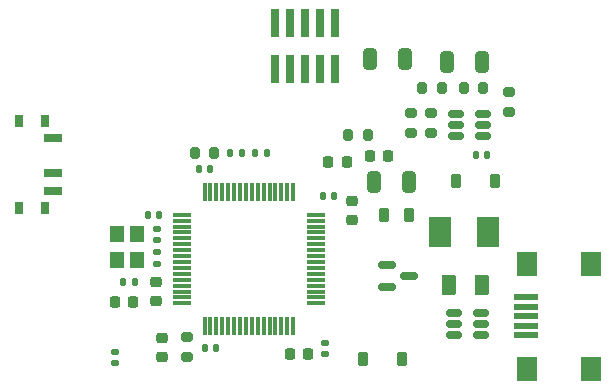
<source format=gbr>
%TF.GenerationSoftware,KiCad,Pcbnew,7.0.7*%
%TF.CreationDate,2023-10-16T17:07:58+03:00*%
%TF.ProjectId,custom_stm_design,63757374-6f6d-45f7-9374-6d5f64657369,rev?*%
%TF.SameCoordinates,Original*%
%TF.FileFunction,Paste,Top*%
%TF.FilePolarity,Positive*%
%FSLAX46Y46*%
G04 Gerber Fmt 4.6, Leading zero omitted, Abs format (unit mm)*
G04 Created by KiCad (PCBNEW 7.0.7) date 2023-10-16 17:07:58*
%MOMM*%
%LPD*%
G01*
G04 APERTURE LIST*
G04 Aperture macros list*
%AMRoundRect*
0 Rectangle with rounded corners*
0 $1 Rounding radius*
0 $2 $3 $4 $5 $6 $7 $8 $9 X,Y pos of 4 corners*
0 Add a 4 corners polygon primitive as box body*
4,1,4,$2,$3,$4,$5,$6,$7,$8,$9,$2,$3,0*
0 Add four circle primitives for the rounded corners*
1,1,$1+$1,$2,$3*
1,1,$1+$1,$4,$5*
1,1,$1+$1,$6,$7*
1,1,$1+$1,$8,$9*
0 Add four rect primitives between the rounded corners*
20,1,$1+$1,$2,$3,$4,$5,0*
20,1,$1+$1,$4,$5,$6,$7,0*
20,1,$1+$1,$6,$7,$8,$9,0*
20,1,$1+$1,$8,$9,$2,$3,0*%
G04 Aperture macros list end*
%ADD10R,0.740000X2.400000*%
%ADD11RoundRect,0.250000X0.375000X0.625000X-0.375000X0.625000X-0.375000X-0.625000X0.375000X-0.625000X0*%
%ADD12RoundRect,0.225000X-0.225000X-0.375000X0.225000X-0.375000X0.225000X0.375000X-0.225000X0.375000X0*%
%ADD13RoundRect,0.135000X-0.135000X-0.185000X0.135000X-0.185000X0.135000X0.185000X-0.135000X0.185000X0*%
%ADD14RoundRect,0.140000X0.170000X-0.140000X0.170000X0.140000X-0.170000X0.140000X-0.170000X-0.140000X0*%
%ADD15RoundRect,0.140000X-0.170000X0.140000X-0.170000X-0.140000X0.170000X-0.140000X0.170000X0.140000X0*%
%ADD16RoundRect,0.218750X0.256250X-0.218750X0.256250X0.218750X-0.256250X0.218750X-0.256250X-0.218750X0*%
%ADD17RoundRect,0.250000X-0.325000X-0.650000X0.325000X-0.650000X0.325000X0.650000X-0.325000X0.650000X0*%
%ADD18RoundRect,0.218750X-0.218750X-0.256250X0.218750X-0.256250X0.218750X0.256250X-0.218750X0.256250X0*%
%ADD19RoundRect,0.140000X-0.140000X-0.170000X0.140000X-0.170000X0.140000X0.170000X-0.140000X0.170000X0*%
%ADD20R,1.900000X2.500000*%
%ADD21RoundRect,0.225000X-0.225000X-0.250000X0.225000X-0.250000X0.225000X0.250000X-0.225000X0.250000X0*%
%ADD22RoundRect,0.147500X0.172500X-0.147500X0.172500X0.147500X-0.172500X0.147500X-0.172500X-0.147500X0*%
%ADD23RoundRect,0.135000X0.185000X-0.135000X0.185000X0.135000X-0.185000X0.135000X-0.185000X-0.135000X0*%
%ADD24RoundRect,0.150000X0.512500X0.150000X-0.512500X0.150000X-0.512500X-0.150000X0.512500X-0.150000X0*%
%ADD25RoundRect,0.075000X-0.700000X-0.075000X0.700000X-0.075000X0.700000X0.075000X-0.700000X0.075000X0*%
%ADD26RoundRect,0.075000X-0.075000X-0.700000X0.075000X-0.700000X0.075000X0.700000X-0.075000X0.700000X0*%
%ADD27RoundRect,0.200000X-0.200000X-0.275000X0.200000X-0.275000X0.200000X0.275000X-0.200000X0.275000X0*%
%ADD28RoundRect,0.200000X0.275000X-0.200000X0.275000X0.200000X-0.275000X0.200000X-0.275000X-0.200000X0*%
%ADD29R,0.800000X1.000000*%
%ADD30R,1.500000X0.700000*%
%ADD31RoundRect,0.140000X0.140000X0.170000X-0.140000X0.170000X-0.140000X-0.170000X0.140000X-0.170000X0*%
%ADD32R,2.000000X0.500000*%
%ADD33R,1.700000X2.000000*%
%ADD34RoundRect,0.225000X0.225000X0.250000X-0.225000X0.250000X-0.225000X-0.250000X0.225000X-0.250000X0*%
%ADD35RoundRect,0.225000X-0.250000X0.225000X-0.250000X-0.225000X0.250000X-0.225000X0.250000X0.225000X0*%
%ADD36RoundRect,0.200000X-0.275000X0.200000X-0.275000X-0.200000X0.275000X-0.200000X0.275000X0.200000X0*%
%ADD37RoundRect,0.150000X-0.587500X-0.150000X0.587500X-0.150000X0.587500X0.150000X-0.587500X0.150000X0*%
%ADD38RoundRect,0.218750X-0.218750X-0.381250X0.218750X-0.381250X0.218750X0.381250X-0.218750X0.381250X0*%
%ADD39R,1.200000X1.400000*%
%ADD40RoundRect,0.225000X0.225000X0.375000X-0.225000X0.375000X-0.225000X-0.375000X0.225000X-0.375000X0*%
G04 APERTURE END LIST*
D10*
%TO.C,J2*%
X107540000Y-69300000D03*
X107540000Y-73200000D03*
X106270000Y-69300000D03*
X106270000Y-73200000D03*
X105000000Y-69300000D03*
X105000000Y-73200000D03*
X103730000Y-69300000D03*
X103730000Y-73200000D03*
X102460000Y-69300000D03*
X102460000Y-73200000D03*
%TD*%
D11*
%TO.C,F1*%
X120000000Y-91450000D03*
X117200000Y-91450000D03*
%TD*%
D12*
%TO.C,D2*%
X109900000Y-97750000D03*
X113200000Y-97750000D03*
%TD*%
D13*
%TO.C,R5*%
X100740000Y-80250000D03*
X101760000Y-80250000D03*
%TD*%
D14*
%TO.C,C7*%
X106700000Y-97280000D03*
X106700000Y-96320000D03*
%TD*%
D15*
%TO.C,C1*%
X92500000Y-86670000D03*
X92500000Y-87630000D03*
%TD*%
D16*
%TO.C,D1*%
X92900000Y-97537500D03*
X92900000Y-95962500D03*
%TD*%
D17*
%TO.C,C13*%
X110875000Y-82750000D03*
X113825000Y-82750000D03*
%TD*%
D18*
%TO.C,D4*%
X110462500Y-80500000D03*
X112037500Y-80500000D03*
%TD*%
D19*
%TO.C,C8*%
X91720000Y-85500000D03*
X92680000Y-85500000D03*
%TD*%
D17*
%TO.C,C15*%
X113450000Y-72325000D03*
X110500000Y-72325000D03*
%TD*%
D20*
%TO.C,L2*%
X120525000Y-86975000D03*
X116425000Y-86975000D03*
%TD*%
D21*
%TO.C,C12*%
X88925000Y-92900000D03*
X90475000Y-92900000D03*
%TD*%
D22*
%TO.C,L1*%
X88875000Y-98085000D03*
X88875000Y-97115000D03*
%TD*%
D23*
%TO.C,R1*%
X92500000Y-89660000D03*
X92500000Y-88640000D03*
%TD*%
D24*
%TO.C,U3*%
X119887500Y-95700000D03*
X119887500Y-94750000D03*
X119887500Y-93800000D03*
X117612500Y-93800000D03*
X117612500Y-94750000D03*
X117612500Y-95700000D03*
%TD*%
D13*
%TO.C,R4*%
X98640000Y-80250000D03*
X99660000Y-80250000D03*
%TD*%
D25*
%TO.C,U1*%
X94575000Y-85500000D03*
X94575000Y-86000000D03*
X94575000Y-86500000D03*
X94575000Y-87000000D03*
X94575000Y-87500000D03*
X94575000Y-88000000D03*
X94575000Y-88500000D03*
X94575000Y-89000000D03*
X94575000Y-89500000D03*
X94575000Y-90000000D03*
X94575000Y-90500000D03*
X94575000Y-91000000D03*
X94575000Y-91500000D03*
X94575000Y-92000000D03*
X94575000Y-92500000D03*
X94575000Y-93000000D03*
D26*
X96500000Y-94925000D03*
X97000000Y-94925000D03*
X97500000Y-94925000D03*
X98000000Y-94925000D03*
X98500000Y-94925000D03*
X99000000Y-94925000D03*
X99500000Y-94925000D03*
X100000000Y-94925000D03*
X100500000Y-94925000D03*
X101000000Y-94925000D03*
X101500000Y-94925000D03*
X102000000Y-94925000D03*
X102500000Y-94925000D03*
X103000000Y-94925000D03*
X103500000Y-94925000D03*
X104000000Y-94925000D03*
D25*
X105925000Y-93000000D03*
X105925000Y-92500000D03*
X105925000Y-92000000D03*
X105925000Y-91500000D03*
X105925000Y-91000000D03*
X105925000Y-90500000D03*
X105925000Y-90000000D03*
X105925000Y-89500000D03*
X105925000Y-89000000D03*
X105925000Y-88500000D03*
X105925000Y-88000000D03*
X105925000Y-87500000D03*
X105925000Y-87000000D03*
X105925000Y-86500000D03*
X105925000Y-86000000D03*
X105925000Y-85500000D03*
D26*
X104000000Y-83575000D03*
X103500000Y-83575000D03*
X103000000Y-83575000D03*
X102500000Y-83575000D03*
X102000000Y-83575000D03*
X101500000Y-83575000D03*
X101000000Y-83575000D03*
X100500000Y-83575000D03*
X100000000Y-83575000D03*
X99500000Y-83575000D03*
X99000000Y-83575000D03*
X98500000Y-83575000D03*
X98000000Y-83575000D03*
X97500000Y-83575000D03*
X97000000Y-83575000D03*
X96500000Y-83575000D03*
%TD*%
D27*
%TO.C,R9*%
X108675000Y-78750000D03*
X110325000Y-78750000D03*
%TD*%
D28*
%TO.C,R11*%
X113950000Y-78575000D03*
X113950000Y-76925000D03*
%TD*%
D29*
%TO.C,SW1*%
X83030000Y-77600000D03*
X80820000Y-77600000D03*
X83030000Y-84900000D03*
X80820000Y-84900000D03*
D30*
X83680000Y-79000000D03*
X83680000Y-82000000D03*
X83680000Y-83500000D03*
%TD*%
D31*
%TO.C,C5*%
X96955000Y-81625000D03*
X95995000Y-81625000D03*
%TD*%
D32*
%TO.C,J4*%
X123675000Y-95700000D03*
X123675000Y-94900000D03*
X123675000Y-94100000D03*
X123675000Y-93300000D03*
X123675000Y-92500000D03*
D33*
X123775000Y-98550000D03*
X129225000Y-98550000D03*
X123775000Y-89650000D03*
X129225000Y-89650000D03*
%TD*%
D34*
%TO.C,C10*%
X105275000Y-97250000D03*
X103725000Y-97250000D03*
%TD*%
D35*
%TO.C,C9*%
X109000000Y-84375000D03*
X109000000Y-85925000D03*
%TD*%
D36*
%TO.C,R10*%
X115675000Y-76900000D03*
X115675000Y-78550000D03*
%TD*%
D27*
%TO.C,R8*%
X114925000Y-74800000D03*
X116575000Y-74800000D03*
%TD*%
D34*
%TO.C,C3*%
X108525000Y-81000000D03*
X106975000Y-81000000D03*
%TD*%
D37*
%TO.C,Q1*%
X111937500Y-89725000D03*
X111937500Y-91625000D03*
X113812500Y-90675000D03*
%TD*%
D19*
%TO.C,C4*%
X96520000Y-96800000D03*
X97480000Y-96800000D03*
%TD*%
D27*
%TO.C,R7*%
X118425000Y-74750000D03*
X120075000Y-74750000D03*
%TD*%
D31*
%TO.C,C6*%
X107480000Y-83950000D03*
X106520000Y-83950000D03*
%TD*%
D36*
%TO.C,R2*%
X95000000Y-95875000D03*
X95000000Y-97525000D03*
%TD*%
D31*
%TO.C,C16*%
X120430000Y-80400000D03*
X119470000Y-80400000D03*
%TD*%
D35*
%TO.C,C11*%
X92350000Y-91225000D03*
X92350000Y-92775000D03*
%TD*%
D38*
%TO.C,FB1*%
X111687500Y-85500000D03*
X113812500Y-85500000D03*
%TD*%
D17*
%TO.C,C14*%
X119975000Y-72550000D03*
X117025000Y-72550000D03*
%TD*%
D28*
%TO.C,R6*%
X122300000Y-76775000D03*
X122300000Y-75125000D03*
%TD*%
D39*
%TO.C,Y1*%
X89050000Y-87150000D03*
X89050000Y-89350000D03*
X90750000Y-89350000D03*
X90750000Y-87150000D03*
%TD*%
D24*
%TO.C,U2*%
X120087500Y-78850000D03*
X120087500Y-77900000D03*
X120087500Y-76950000D03*
X117812500Y-76950000D03*
X117812500Y-77900000D03*
X117812500Y-78850000D03*
%TD*%
D19*
%TO.C,C2*%
X89620000Y-91200000D03*
X90580000Y-91200000D03*
%TD*%
D27*
%TO.C,R3*%
X95675000Y-80250000D03*
X97325000Y-80250000D03*
%TD*%
D40*
%TO.C,D3*%
X121050000Y-82650000D03*
X117750000Y-82650000D03*
%TD*%
M02*

</source>
